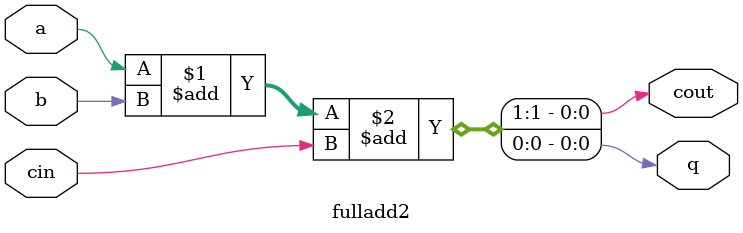
<source format=v>
module fulladd2(a, b, cin, q, cout);
input a, b, cin;
output q, cout;

assign {cout, q} = a + b + cin;

endmodule

</source>
